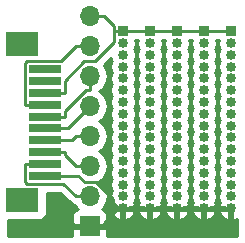
<source format=gbr>
G04 #@! TF.FileFunction,Copper,L1,Top,Signal*
%FSLAX46Y46*%
G04 Gerber Fmt 4.6, Leading zero omitted, Abs format (unit mm)*
G04 Created by KiCad (PCBNEW 4.0.7) date Fri Oct 27 13:36:46 2017*
%MOMM*%
%LPD*%
G01*
G04 APERTURE LIST*
%ADD10C,0.100000*%
%ADD11R,2.700000X0.700000*%
%ADD12R,2.800000X2.100000*%
%ADD13R,1.700000X1.700000*%
%ADD14O,1.700000X1.700000*%
%ADD15R,0.850000X0.850000*%
%ADD16O,0.850000X0.850000*%
%ADD17C,0.250000*%
%ADD18C,0.254000*%
G04 APERTURE END LIST*
D10*
D11*
X136398000Y-105086000D03*
X136398000Y-106086000D03*
X136398000Y-107086000D03*
X136398000Y-108086000D03*
X136398000Y-109086000D03*
X136398000Y-110086000D03*
X136398000Y-111086000D03*
X136398000Y-112086000D03*
X136398000Y-113086000D03*
X136398000Y-114086000D03*
D12*
X134498000Y-102986000D03*
X134508000Y-116176000D03*
D13*
X140208000Y-118364000D03*
D14*
X140208000Y-115824000D03*
X140208000Y-113284000D03*
X140208000Y-110744000D03*
X140208000Y-108204000D03*
X140208000Y-105664000D03*
X140208000Y-103124000D03*
X140208000Y-100584000D03*
D15*
X143002000Y-101854000D03*
D16*
X143002000Y-102854000D03*
X143002000Y-103854000D03*
X143002000Y-104854000D03*
X143002000Y-105854000D03*
X143002000Y-106854000D03*
X143002000Y-107854000D03*
X143002000Y-108854000D03*
X143002000Y-109854000D03*
X143002000Y-110854000D03*
X143002000Y-111854000D03*
X143002000Y-112854000D03*
X143002000Y-113854000D03*
X143002000Y-114854000D03*
X143002000Y-115854000D03*
X143002000Y-116854000D03*
D15*
X149860000Y-101854000D03*
D16*
X149860000Y-102854000D03*
X149860000Y-103854000D03*
X149860000Y-104854000D03*
X149860000Y-105854000D03*
X149860000Y-106854000D03*
X149860000Y-107854000D03*
X149860000Y-108854000D03*
X149860000Y-109854000D03*
X149860000Y-110854000D03*
X149860000Y-111854000D03*
X149860000Y-112854000D03*
X149860000Y-113854000D03*
X149860000Y-114854000D03*
X149860000Y-115854000D03*
X149860000Y-116854000D03*
D15*
X152146000Y-101854000D03*
D16*
X152146000Y-102854000D03*
X152146000Y-103854000D03*
X152146000Y-104854000D03*
X152146000Y-105854000D03*
X152146000Y-106854000D03*
X152146000Y-107854000D03*
X152146000Y-108854000D03*
X152146000Y-109854000D03*
X152146000Y-110854000D03*
X152146000Y-111854000D03*
X152146000Y-112854000D03*
X152146000Y-113854000D03*
X152146000Y-114854000D03*
X152146000Y-115854000D03*
X152146000Y-116854000D03*
D15*
X147574000Y-101854000D03*
D16*
X147574000Y-102854000D03*
X147574000Y-103854000D03*
X147574000Y-104854000D03*
X147574000Y-105854000D03*
X147574000Y-106854000D03*
X147574000Y-107854000D03*
X147574000Y-108854000D03*
X147574000Y-109854000D03*
X147574000Y-110854000D03*
X147574000Y-111854000D03*
X147574000Y-112854000D03*
X147574000Y-113854000D03*
X147574000Y-114854000D03*
X147574000Y-115854000D03*
X147574000Y-116854000D03*
D15*
X145288000Y-101854000D03*
D16*
X145288000Y-102854000D03*
X145288000Y-103854000D03*
X145288000Y-104854000D03*
X145288000Y-105854000D03*
X145288000Y-106854000D03*
X145288000Y-107854000D03*
X145288000Y-108854000D03*
X145288000Y-109854000D03*
X145288000Y-110854000D03*
X145288000Y-111854000D03*
X145288000Y-112854000D03*
X145288000Y-113854000D03*
X145288000Y-114854000D03*
X145288000Y-115854000D03*
X145288000Y-116854000D03*
D17*
X147574000Y-101854000D02*
X149860000Y-101854000D01*
X152146000Y-101854000D02*
X149860000Y-101854000D01*
X147574000Y-101854000D02*
X145288000Y-101854000D01*
X145288000Y-101854000D02*
X143002000Y-101854000D01*
X142251700Y-101452400D02*
X141383300Y-100584000D01*
X142251700Y-101854000D02*
X142251700Y-101452400D01*
X140208000Y-100584000D02*
X141383300Y-100584000D01*
X143002000Y-101854000D02*
X142364300Y-101854000D01*
X142364300Y-101854000D02*
X142251700Y-101854000D01*
X138073300Y-106063500D02*
X138073300Y-107086000D01*
X139742800Y-104394000D02*
X138073300Y-106063500D01*
X140670300Y-104394000D02*
X139742800Y-104394000D01*
X142251700Y-102812600D02*
X140670300Y-104394000D01*
X142251700Y-101854000D02*
X142251700Y-102812600D01*
X136398000Y-107086000D02*
X138073300Y-107086000D01*
X134722700Y-104590500D02*
X134722700Y-108086000D01*
X134919000Y-104394200D02*
X134722700Y-104590500D01*
X137762500Y-104394200D02*
X134919000Y-104394200D01*
X139032700Y-103124000D02*
X137762500Y-104394200D01*
X140208000Y-103124000D02*
X139032700Y-103124000D01*
X136398000Y-108086000D02*
X134722700Y-108086000D01*
X138073300Y-108639700D02*
X138073300Y-109086000D01*
X139873700Y-106839300D02*
X138073300Y-108639700D01*
X140208000Y-106839300D02*
X139873700Y-106839300D01*
X140208000Y-105664000D02*
X140208000Y-106839300D01*
X136398000Y-109086000D02*
X138073300Y-109086000D01*
X138326000Y-110086000D02*
X136398000Y-110086000D01*
X140208000Y-108204000D02*
X138326000Y-110086000D01*
X138690700Y-111086000D02*
X136398000Y-111086000D01*
X139032700Y-110744000D02*
X138690700Y-111086000D01*
X140208000Y-110744000D02*
X139032700Y-110744000D01*
X138073300Y-112324600D02*
X138073300Y-112086000D01*
X139032700Y-113284000D02*
X138073300Y-112324600D01*
X140208000Y-113284000D02*
X139032700Y-113284000D01*
X136398000Y-112086000D02*
X138073300Y-112086000D01*
X134722700Y-114620800D02*
X134722700Y-113086000D01*
X134863300Y-114761400D02*
X134722700Y-114620800D01*
X137970100Y-114761400D02*
X134863300Y-114761400D01*
X139032700Y-115824000D02*
X137970100Y-114761400D01*
X140208000Y-115824000D02*
X139032700Y-115824000D01*
X136398000Y-113086000D02*
X134722700Y-113086000D01*
X147574000Y-116854000D02*
X149860000Y-116854000D01*
X152146000Y-116854000D02*
X149860000Y-116854000D01*
X143002000Y-116854000D02*
X142626900Y-116854000D01*
X139197800Y-114086000D02*
X136398000Y-114086000D01*
X139760400Y-114648600D02*
X139197800Y-114086000D01*
X140764800Y-114648600D02*
X139760400Y-114648600D01*
X142157000Y-116040800D02*
X140764800Y-114648600D01*
X142157000Y-116384100D02*
X142157000Y-116040800D01*
X142626900Y-116854000D02*
X142157000Y-116384100D01*
X141383300Y-118097600D02*
X142626900Y-116854000D01*
X141383300Y-118364000D02*
X141383300Y-118097600D01*
X140208000Y-118364000D02*
X141383300Y-118364000D01*
X143002000Y-116854000D02*
X143752300Y-116854000D01*
X147574000Y-116854000D02*
X145288000Y-116854000D01*
X145288000Y-116854000D02*
X143752300Y-116854000D01*
D18*
G36*
X144207233Y-102854000D02*
X144287921Y-103259644D01*
X144350968Y-103354000D01*
X144287921Y-103448356D01*
X144207233Y-103854000D01*
X144287921Y-104259644D01*
X144350968Y-104354000D01*
X144287921Y-104448356D01*
X144207233Y-104854000D01*
X144287921Y-105259644D01*
X144350968Y-105354000D01*
X144287921Y-105448356D01*
X144207233Y-105854000D01*
X144287921Y-106259644D01*
X144350968Y-106354000D01*
X144287921Y-106448356D01*
X144207233Y-106854000D01*
X144287921Y-107259644D01*
X144350968Y-107354000D01*
X144287921Y-107448356D01*
X144207233Y-107854000D01*
X144287921Y-108259644D01*
X144350968Y-108354000D01*
X144287921Y-108448356D01*
X144207233Y-108854000D01*
X144287921Y-109259644D01*
X144350968Y-109354000D01*
X144287921Y-109448356D01*
X144207233Y-109854000D01*
X144287921Y-110259644D01*
X144350968Y-110354000D01*
X144287921Y-110448356D01*
X144207233Y-110854000D01*
X144287921Y-111259644D01*
X144350968Y-111354000D01*
X144287921Y-111448356D01*
X144207233Y-111854000D01*
X144287921Y-112259644D01*
X144350968Y-112354000D01*
X144287921Y-112448356D01*
X144207233Y-112854000D01*
X144287921Y-113259644D01*
X144350968Y-113354000D01*
X144287921Y-113448356D01*
X144207233Y-113854000D01*
X144287921Y-114259644D01*
X144350968Y-114354000D01*
X144287921Y-114448356D01*
X144207233Y-114854000D01*
X144287921Y-115259644D01*
X144350968Y-115354000D01*
X144287921Y-115448356D01*
X144207233Y-115854000D01*
X144287921Y-116259644D01*
X144353707Y-116358100D01*
X144268460Y-116563938D01*
X144395743Y-116727000D01*
X144702482Y-116727000D01*
X144861589Y-116833312D01*
X145267233Y-116914000D01*
X145308767Y-116914000D01*
X145714411Y-116833312D01*
X145873518Y-116727000D01*
X146180257Y-116727000D01*
X146307540Y-116563938D01*
X146222293Y-116358100D01*
X146288079Y-116259644D01*
X146368767Y-115854000D01*
X146288079Y-115448356D01*
X146225032Y-115354000D01*
X146288079Y-115259644D01*
X146368767Y-114854000D01*
X146288079Y-114448356D01*
X146225032Y-114354000D01*
X146288079Y-114259644D01*
X146368767Y-113854000D01*
X146288079Y-113448356D01*
X146225032Y-113354000D01*
X146288079Y-113259644D01*
X146368767Y-112854000D01*
X146288079Y-112448356D01*
X146225032Y-112354000D01*
X146288079Y-112259644D01*
X146368767Y-111854000D01*
X146288079Y-111448356D01*
X146225032Y-111354000D01*
X146288079Y-111259644D01*
X146368767Y-110854000D01*
X146288079Y-110448356D01*
X146225032Y-110354000D01*
X146288079Y-110259644D01*
X146368767Y-109854000D01*
X146288079Y-109448356D01*
X146225032Y-109354000D01*
X146288079Y-109259644D01*
X146368767Y-108854000D01*
X146288079Y-108448356D01*
X146225032Y-108354000D01*
X146288079Y-108259644D01*
X146368767Y-107854000D01*
X146288079Y-107448356D01*
X146225032Y-107354000D01*
X146288079Y-107259644D01*
X146368767Y-106854000D01*
X146288079Y-106448356D01*
X146225032Y-106354000D01*
X146288079Y-106259644D01*
X146368767Y-105854000D01*
X146288079Y-105448356D01*
X146225032Y-105354000D01*
X146288079Y-105259644D01*
X146368767Y-104854000D01*
X146288079Y-104448356D01*
X146225032Y-104354000D01*
X146288079Y-104259644D01*
X146368767Y-103854000D01*
X146288079Y-103448356D01*
X146225032Y-103354000D01*
X146288079Y-103259644D01*
X146368767Y-102854000D01*
X146321028Y-102614000D01*
X146540972Y-102614000D01*
X146493233Y-102854000D01*
X146573921Y-103259644D01*
X146636968Y-103354000D01*
X146573921Y-103448356D01*
X146493233Y-103854000D01*
X146573921Y-104259644D01*
X146636968Y-104354000D01*
X146573921Y-104448356D01*
X146493233Y-104854000D01*
X146573921Y-105259644D01*
X146636968Y-105354000D01*
X146573921Y-105448356D01*
X146493233Y-105854000D01*
X146573921Y-106259644D01*
X146636968Y-106354000D01*
X146573921Y-106448356D01*
X146493233Y-106854000D01*
X146573921Y-107259644D01*
X146636968Y-107354000D01*
X146573921Y-107448356D01*
X146493233Y-107854000D01*
X146573921Y-108259644D01*
X146636968Y-108354000D01*
X146573921Y-108448356D01*
X146493233Y-108854000D01*
X146573921Y-109259644D01*
X146636968Y-109354000D01*
X146573921Y-109448356D01*
X146493233Y-109854000D01*
X146573921Y-110259644D01*
X146636968Y-110354000D01*
X146573921Y-110448356D01*
X146493233Y-110854000D01*
X146573921Y-111259644D01*
X146636968Y-111354000D01*
X146573921Y-111448356D01*
X146493233Y-111854000D01*
X146573921Y-112259644D01*
X146636968Y-112354000D01*
X146573921Y-112448356D01*
X146493233Y-112854000D01*
X146573921Y-113259644D01*
X146636968Y-113354000D01*
X146573921Y-113448356D01*
X146493233Y-113854000D01*
X146573921Y-114259644D01*
X146636968Y-114354000D01*
X146573921Y-114448356D01*
X146493233Y-114854000D01*
X146573921Y-115259644D01*
X146636968Y-115354000D01*
X146573921Y-115448356D01*
X146493233Y-115854000D01*
X146573921Y-116259644D01*
X146639707Y-116358100D01*
X146554460Y-116563938D01*
X146681743Y-116727000D01*
X146988482Y-116727000D01*
X147147589Y-116833312D01*
X147553233Y-116914000D01*
X147594767Y-116914000D01*
X148000411Y-116833312D01*
X148159518Y-116727000D01*
X148466257Y-116727000D01*
X148593540Y-116563938D01*
X148508293Y-116358100D01*
X148574079Y-116259644D01*
X148654767Y-115854000D01*
X148574079Y-115448356D01*
X148511032Y-115354000D01*
X148574079Y-115259644D01*
X148654767Y-114854000D01*
X148574079Y-114448356D01*
X148511032Y-114354000D01*
X148574079Y-114259644D01*
X148654767Y-113854000D01*
X148574079Y-113448356D01*
X148511032Y-113354000D01*
X148574079Y-113259644D01*
X148654767Y-112854000D01*
X148574079Y-112448356D01*
X148511032Y-112354000D01*
X148574079Y-112259644D01*
X148654767Y-111854000D01*
X148574079Y-111448356D01*
X148511032Y-111354000D01*
X148574079Y-111259644D01*
X148654767Y-110854000D01*
X148574079Y-110448356D01*
X148511032Y-110354000D01*
X148574079Y-110259644D01*
X148654767Y-109854000D01*
X148574079Y-109448356D01*
X148511032Y-109354000D01*
X148574079Y-109259644D01*
X148654767Y-108854000D01*
X148574079Y-108448356D01*
X148511032Y-108354000D01*
X148574079Y-108259644D01*
X148654767Y-107854000D01*
X148574079Y-107448356D01*
X148511032Y-107354000D01*
X148574079Y-107259644D01*
X148654767Y-106854000D01*
X148574079Y-106448356D01*
X148511032Y-106354000D01*
X148574079Y-106259644D01*
X148654767Y-105854000D01*
X148574079Y-105448356D01*
X148511032Y-105354000D01*
X148574079Y-105259644D01*
X148654767Y-104854000D01*
X148574079Y-104448356D01*
X148511032Y-104354000D01*
X148574079Y-104259644D01*
X148654767Y-103854000D01*
X148574079Y-103448356D01*
X148511032Y-103354000D01*
X148574079Y-103259644D01*
X148654767Y-102854000D01*
X148607028Y-102614000D01*
X148826972Y-102614000D01*
X148779233Y-102854000D01*
X148859921Y-103259644D01*
X148922968Y-103354000D01*
X148859921Y-103448356D01*
X148779233Y-103854000D01*
X148859921Y-104259644D01*
X148922968Y-104354000D01*
X148859921Y-104448356D01*
X148779233Y-104854000D01*
X148859921Y-105259644D01*
X148922968Y-105354000D01*
X148859921Y-105448356D01*
X148779233Y-105854000D01*
X148859921Y-106259644D01*
X148922968Y-106354000D01*
X148859921Y-106448356D01*
X148779233Y-106854000D01*
X148859921Y-107259644D01*
X148922968Y-107354000D01*
X148859921Y-107448356D01*
X148779233Y-107854000D01*
X148859921Y-108259644D01*
X148922968Y-108354000D01*
X148859921Y-108448356D01*
X148779233Y-108854000D01*
X148859921Y-109259644D01*
X148922968Y-109354000D01*
X148859921Y-109448356D01*
X148779233Y-109854000D01*
X148859921Y-110259644D01*
X148922968Y-110354000D01*
X148859921Y-110448356D01*
X148779233Y-110854000D01*
X148859921Y-111259644D01*
X148922968Y-111354000D01*
X148859921Y-111448356D01*
X148779233Y-111854000D01*
X148859921Y-112259644D01*
X148922968Y-112354000D01*
X148859921Y-112448356D01*
X148779233Y-112854000D01*
X148859921Y-113259644D01*
X148922968Y-113354000D01*
X148859921Y-113448356D01*
X148779233Y-113854000D01*
X148859921Y-114259644D01*
X148922968Y-114354000D01*
X148859921Y-114448356D01*
X148779233Y-114854000D01*
X148859921Y-115259644D01*
X148922968Y-115354000D01*
X148859921Y-115448356D01*
X148779233Y-115854000D01*
X148859921Y-116259644D01*
X148925707Y-116358100D01*
X148840460Y-116563938D01*
X148967743Y-116727000D01*
X149274482Y-116727000D01*
X149433589Y-116833312D01*
X149839233Y-116914000D01*
X149880767Y-116914000D01*
X150286411Y-116833312D01*
X150445518Y-116727000D01*
X150752257Y-116727000D01*
X150879540Y-116563938D01*
X150794293Y-116358100D01*
X150860079Y-116259644D01*
X150940767Y-115854000D01*
X150860079Y-115448356D01*
X150797032Y-115354000D01*
X150860079Y-115259644D01*
X150940767Y-114854000D01*
X150860079Y-114448356D01*
X150797032Y-114354000D01*
X150860079Y-114259644D01*
X150940767Y-113854000D01*
X150860079Y-113448356D01*
X150797032Y-113354000D01*
X150860079Y-113259644D01*
X150940767Y-112854000D01*
X150860079Y-112448356D01*
X150797032Y-112354000D01*
X150860079Y-112259644D01*
X150940767Y-111854000D01*
X150860079Y-111448356D01*
X150797032Y-111354000D01*
X150860079Y-111259644D01*
X150940767Y-110854000D01*
X150860079Y-110448356D01*
X150797032Y-110354000D01*
X150860079Y-110259644D01*
X150940767Y-109854000D01*
X150860079Y-109448356D01*
X150797032Y-109354000D01*
X150860079Y-109259644D01*
X150940767Y-108854000D01*
X150860079Y-108448356D01*
X150797032Y-108354000D01*
X150860079Y-108259644D01*
X150940767Y-107854000D01*
X150860079Y-107448356D01*
X150797032Y-107354000D01*
X150860079Y-107259644D01*
X150940767Y-106854000D01*
X150860079Y-106448356D01*
X150797032Y-106354000D01*
X150860079Y-106259644D01*
X150940767Y-105854000D01*
X150860079Y-105448356D01*
X150797032Y-105354000D01*
X150860079Y-105259644D01*
X150940767Y-104854000D01*
X150860079Y-104448356D01*
X150797032Y-104354000D01*
X150860079Y-104259644D01*
X150940767Y-103854000D01*
X150860079Y-103448356D01*
X150797032Y-103354000D01*
X150860079Y-103259644D01*
X150940767Y-102854000D01*
X150893028Y-102614000D01*
X151112972Y-102614000D01*
X151065233Y-102854000D01*
X151145921Y-103259644D01*
X151208968Y-103354000D01*
X151145921Y-103448356D01*
X151065233Y-103854000D01*
X151145921Y-104259644D01*
X151208968Y-104354000D01*
X151145921Y-104448356D01*
X151065233Y-104854000D01*
X151145921Y-105259644D01*
X151208968Y-105354000D01*
X151145921Y-105448356D01*
X151065233Y-105854000D01*
X151145921Y-106259644D01*
X151208968Y-106354000D01*
X151145921Y-106448356D01*
X151065233Y-106854000D01*
X151145921Y-107259644D01*
X151208968Y-107354000D01*
X151145921Y-107448356D01*
X151065233Y-107854000D01*
X151145921Y-108259644D01*
X151208968Y-108354000D01*
X151145921Y-108448356D01*
X151065233Y-108854000D01*
X151145921Y-109259644D01*
X151208968Y-109354000D01*
X151145921Y-109448356D01*
X151065233Y-109854000D01*
X151145921Y-110259644D01*
X151208968Y-110354000D01*
X151145921Y-110448356D01*
X151065233Y-110854000D01*
X151145921Y-111259644D01*
X151208968Y-111354000D01*
X151145921Y-111448356D01*
X151065233Y-111854000D01*
X151145921Y-112259644D01*
X151208968Y-112354000D01*
X151145921Y-112448356D01*
X151065233Y-112854000D01*
X151145921Y-113259644D01*
X151208968Y-113354000D01*
X151145921Y-113448356D01*
X151065233Y-113854000D01*
X151145921Y-114259644D01*
X151208968Y-114354000D01*
X151145921Y-114448356D01*
X151065233Y-114854000D01*
X151145921Y-115259644D01*
X151208968Y-115354000D01*
X151145921Y-115448356D01*
X151065233Y-115854000D01*
X151145921Y-116259644D01*
X151211707Y-116358100D01*
X151126460Y-116563938D01*
X151253743Y-116727000D01*
X151560482Y-116727000D01*
X151719589Y-116833312D01*
X152125233Y-116914000D01*
X152166767Y-116914000D01*
X152293000Y-116888891D01*
X152293000Y-116981000D01*
X152273000Y-116981000D01*
X152273000Y-117747628D01*
X152436065Y-117873554D01*
X152706000Y-117735236D01*
X152706000Y-119178000D01*
X141693000Y-119178000D01*
X141693000Y-118649750D01*
X141534250Y-118491000D01*
X140335000Y-118491000D01*
X140335000Y-118511000D01*
X140081000Y-118511000D01*
X140081000Y-118491000D01*
X138881750Y-118491000D01*
X138723000Y-118649750D01*
X138723000Y-119178000D01*
X133298000Y-119178000D01*
X133298000Y-117873440D01*
X135908000Y-117873440D01*
X136143317Y-117829162D01*
X136359441Y-117690090D01*
X136504431Y-117477890D01*
X136555440Y-117226000D01*
X136555440Y-115521400D01*
X137655298Y-115521400D01*
X138495299Y-116361401D01*
X138741860Y-116526148D01*
X138920077Y-116561598D01*
X139128853Y-116874054D01*
X139172777Y-116903403D01*
X138998302Y-116975673D01*
X138819673Y-117154301D01*
X138723000Y-117387690D01*
X138723000Y-118078250D01*
X138881750Y-118237000D01*
X140081000Y-118237000D01*
X140081000Y-118217000D01*
X140335000Y-118217000D01*
X140335000Y-118237000D01*
X141534250Y-118237000D01*
X141693000Y-118078250D01*
X141693000Y-117387690D01*
X141596327Y-117154301D01*
X141586088Y-117144062D01*
X141982460Y-117144062D01*
X142075959Y-117369826D01*
X142343848Y-117684942D01*
X142711935Y-117873554D01*
X142875000Y-117747628D01*
X142875000Y-116981000D01*
X143129000Y-116981000D01*
X143129000Y-117747628D01*
X143292065Y-117873554D01*
X143660152Y-117684942D01*
X143928041Y-117369826D01*
X144021540Y-117144062D01*
X144268460Y-117144062D01*
X144361959Y-117369826D01*
X144629848Y-117684942D01*
X144997935Y-117873554D01*
X145161000Y-117747628D01*
X145161000Y-116981000D01*
X145415000Y-116981000D01*
X145415000Y-117747628D01*
X145578065Y-117873554D01*
X145946152Y-117684942D01*
X146214041Y-117369826D01*
X146307540Y-117144062D01*
X146554460Y-117144062D01*
X146647959Y-117369826D01*
X146915848Y-117684942D01*
X147283935Y-117873554D01*
X147447000Y-117747628D01*
X147447000Y-116981000D01*
X147701000Y-116981000D01*
X147701000Y-117747628D01*
X147864065Y-117873554D01*
X148232152Y-117684942D01*
X148500041Y-117369826D01*
X148593540Y-117144062D01*
X148840460Y-117144062D01*
X148933959Y-117369826D01*
X149201848Y-117684942D01*
X149569935Y-117873554D01*
X149733000Y-117747628D01*
X149733000Y-116981000D01*
X149987000Y-116981000D01*
X149987000Y-117747628D01*
X150150065Y-117873554D01*
X150518152Y-117684942D01*
X150786041Y-117369826D01*
X150879540Y-117144062D01*
X151126460Y-117144062D01*
X151219959Y-117369826D01*
X151487848Y-117684942D01*
X151855935Y-117873554D01*
X152019000Y-117747628D01*
X152019000Y-116981000D01*
X151253743Y-116981000D01*
X151126460Y-117144062D01*
X150879540Y-117144062D01*
X150752257Y-116981000D01*
X149987000Y-116981000D01*
X149733000Y-116981000D01*
X148967743Y-116981000D01*
X148840460Y-117144062D01*
X148593540Y-117144062D01*
X148466257Y-116981000D01*
X147701000Y-116981000D01*
X147447000Y-116981000D01*
X146681743Y-116981000D01*
X146554460Y-117144062D01*
X146307540Y-117144062D01*
X146180257Y-116981000D01*
X145415000Y-116981000D01*
X145161000Y-116981000D01*
X144395743Y-116981000D01*
X144268460Y-117144062D01*
X144021540Y-117144062D01*
X143894257Y-116981000D01*
X143129000Y-116981000D01*
X142875000Y-116981000D01*
X142109743Y-116981000D01*
X141982460Y-117144062D01*
X141586088Y-117144062D01*
X141417698Y-116975673D01*
X141243223Y-116903403D01*
X141287147Y-116874054D01*
X141609054Y-116392285D01*
X141722093Y-115824000D01*
X141609054Y-115255715D01*
X141287147Y-114773946D01*
X140957974Y-114554000D01*
X141287147Y-114334054D01*
X141609054Y-113852285D01*
X141722093Y-113284000D01*
X141609054Y-112715715D01*
X141287147Y-112233946D01*
X140957974Y-112014000D01*
X141287147Y-111794054D01*
X141609054Y-111312285D01*
X141722093Y-110744000D01*
X141609054Y-110175715D01*
X141287147Y-109693946D01*
X140957974Y-109474000D01*
X141287147Y-109254054D01*
X141609054Y-108772285D01*
X141722093Y-108204000D01*
X141609054Y-107635715D01*
X141287147Y-107153946D01*
X140957974Y-106934000D01*
X141287147Y-106714054D01*
X141609054Y-106232285D01*
X141722093Y-105664000D01*
X141609054Y-105095715D01*
X141382480Y-104756622D01*
X141981603Y-104157499D01*
X142001921Y-104259644D01*
X142064968Y-104354000D01*
X142001921Y-104448356D01*
X141921233Y-104854000D01*
X142001921Y-105259644D01*
X142064968Y-105354000D01*
X142001921Y-105448356D01*
X141921233Y-105854000D01*
X142001921Y-106259644D01*
X142064968Y-106354000D01*
X142001921Y-106448356D01*
X141921233Y-106854000D01*
X142001921Y-107259644D01*
X142064968Y-107354000D01*
X142001921Y-107448356D01*
X141921233Y-107854000D01*
X142001921Y-108259644D01*
X142064968Y-108354000D01*
X142001921Y-108448356D01*
X141921233Y-108854000D01*
X142001921Y-109259644D01*
X142064968Y-109354000D01*
X142001921Y-109448356D01*
X141921233Y-109854000D01*
X142001921Y-110259644D01*
X142064968Y-110354000D01*
X142001921Y-110448356D01*
X141921233Y-110854000D01*
X142001921Y-111259644D01*
X142064968Y-111354000D01*
X142001921Y-111448356D01*
X141921233Y-111854000D01*
X142001921Y-112259644D01*
X142064968Y-112354000D01*
X142001921Y-112448356D01*
X141921233Y-112854000D01*
X142001921Y-113259644D01*
X142064968Y-113354000D01*
X142001921Y-113448356D01*
X141921233Y-113854000D01*
X142001921Y-114259644D01*
X142064968Y-114354000D01*
X142001921Y-114448356D01*
X141921233Y-114854000D01*
X142001921Y-115259644D01*
X142064968Y-115354000D01*
X142001921Y-115448356D01*
X141921233Y-115854000D01*
X142001921Y-116259644D01*
X142067707Y-116358100D01*
X141982460Y-116563938D01*
X142109743Y-116727000D01*
X142416482Y-116727000D01*
X142575589Y-116833312D01*
X142981233Y-116914000D01*
X143022767Y-116914000D01*
X143428411Y-116833312D01*
X143587518Y-116727000D01*
X143894257Y-116727000D01*
X144021540Y-116563938D01*
X143936293Y-116358100D01*
X144002079Y-116259644D01*
X144082767Y-115854000D01*
X144002079Y-115448356D01*
X143939032Y-115354000D01*
X144002079Y-115259644D01*
X144082767Y-114854000D01*
X144002079Y-114448356D01*
X143939032Y-114354000D01*
X144002079Y-114259644D01*
X144082767Y-113854000D01*
X144002079Y-113448356D01*
X143939032Y-113354000D01*
X144002079Y-113259644D01*
X144082767Y-112854000D01*
X144002079Y-112448356D01*
X143939032Y-112354000D01*
X144002079Y-112259644D01*
X144082767Y-111854000D01*
X144002079Y-111448356D01*
X143939032Y-111354000D01*
X144002079Y-111259644D01*
X144082767Y-110854000D01*
X144002079Y-110448356D01*
X143939032Y-110354000D01*
X144002079Y-110259644D01*
X144082767Y-109854000D01*
X144002079Y-109448356D01*
X143939032Y-109354000D01*
X144002079Y-109259644D01*
X144082767Y-108854000D01*
X144002079Y-108448356D01*
X143939032Y-108354000D01*
X144002079Y-108259644D01*
X144082767Y-107854000D01*
X144002079Y-107448356D01*
X143939032Y-107354000D01*
X144002079Y-107259644D01*
X144082767Y-106854000D01*
X144002079Y-106448356D01*
X143939032Y-106354000D01*
X144002079Y-106259644D01*
X144082767Y-105854000D01*
X144002079Y-105448356D01*
X143939032Y-105354000D01*
X144002079Y-105259644D01*
X144082767Y-104854000D01*
X144002079Y-104448356D01*
X143939032Y-104354000D01*
X144002079Y-104259644D01*
X144082767Y-103854000D01*
X144002079Y-103448356D01*
X143939032Y-103354000D01*
X144002079Y-103259644D01*
X144082767Y-102854000D01*
X144035028Y-102614000D01*
X144254972Y-102614000D01*
X144207233Y-102854000D01*
X144207233Y-102854000D01*
G37*
X144207233Y-102854000D02*
X144287921Y-103259644D01*
X144350968Y-103354000D01*
X144287921Y-103448356D01*
X144207233Y-103854000D01*
X144287921Y-104259644D01*
X144350968Y-104354000D01*
X144287921Y-104448356D01*
X144207233Y-104854000D01*
X144287921Y-105259644D01*
X144350968Y-105354000D01*
X144287921Y-105448356D01*
X144207233Y-105854000D01*
X144287921Y-106259644D01*
X144350968Y-106354000D01*
X144287921Y-106448356D01*
X144207233Y-106854000D01*
X144287921Y-107259644D01*
X144350968Y-107354000D01*
X144287921Y-107448356D01*
X144207233Y-107854000D01*
X144287921Y-108259644D01*
X144350968Y-108354000D01*
X144287921Y-108448356D01*
X144207233Y-108854000D01*
X144287921Y-109259644D01*
X144350968Y-109354000D01*
X144287921Y-109448356D01*
X144207233Y-109854000D01*
X144287921Y-110259644D01*
X144350968Y-110354000D01*
X144287921Y-110448356D01*
X144207233Y-110854000D01*
X144287921Y-111259644D01*
X144350968Y-111354000D01*
X144287921Y-111448356D01*
X144207233Y-111854000D01*
X144287921Y-112259644D01*
X144350968Y-112354000D01*
X144287921Y-112448356D01*
X144207233Y-112854000D01*
X144287921Y-113259644D01*
X144350968Y-113354000D01*
X144287921Y-113448356D01*
X144207233Y-113854000D01*
X144287921Y-114259644D01*
X144350968Y-114354000D01*
X144287921Y-114448356D01*
X144207233Y-114854000D01*
X144287921Y-115259644D01*
X144350968Y-115354000D01*
X144287921Y-115448356D01*
X144207233Y-115854000D01*
X144287921Y-116259644D01*
X144353707Y-116358100D01*
X144268460Y-116563938D01*
X144395743Y-116727000D01*
X144702482Y-116727000D01*
X144861589Y-116833312D01*
X145267233Y-116914000D01*
X145308767Y-116914000D01*
X145714411Y-116833312D01*
X145873518Y-116727000D01*
X146180257Y-116727000D01*
X146307540Y-116563938D01*
X146222293Y-116358100D01*
X146288079Y-116259644D01*
X146368767Y-115854000D01*
X146288079Y-115448356D01*
X146225032Y-115354000D01*
X146288079Y-115259644D01*
X146368767Y-114854000D01*
X146288079Y-114448356D01*
X146225032Y-114354000D01*
X146288079Y-114259644D01*
X146368767Y-113854000D01*
X146288079Y-113448356D01*
X146225032Y-113354000D01*
X146288079Y-113259644D01*
X146368767Y-112854000D01*
X146288079Y-112448356D01*
X146225032Y-112354000D01*
X146288079Y-112259644D01*
X146368767Y-111854000D01*
X146288079Y-111448356D01*
X146225032Y-111354000D01*
X146288079Y-111259644D01*
X146368767Y-110854000D01*
X146288079Y-110448356D01*
X146225032Y-110354000D01*
X146288079Y-110259644D01*
X146368767Y-109854000D01*
X146288079Y-109448356D01*
X146225032Y-109354000D01*
X146288079Y-109259644D01*
X146368767Y-108854000D01*
X146288079Y-108448356D01*
X146225032Y-108354000D01*
X146288079Y-108259644D01*
X146368767Y-107854000D01*
X146288079Y-107448356D01*
X146225032Y-107354000D01*
X146288079Y-107259644D01*
X146368767Y-106854000D01*
X146288079Y-106448356D01*
X146225032Y-106354000D01*
X146288079Y-106259644D01*
X146368767Y-105854000D01*
X146288079Y-105448356D01*
X146225032Y-105354000D01*
X146288079Y-105259644D01*
X146368767Y-104854000D01*
X146288079Y-104448356D01*
X146225032Y-104354000D01*
X146288079Y-104259644D01*
X146368767Y-103854000D01*
X146288079Y-103448356D01*
X146225032Y-103354000D01*
X146288079Y-103259644D01*
X146368767Y-102854000D01*
X146321028Y-102614000D01*
X146540972Y-102614000D01*
X146493233Y-102854000D01*
X146573921Y-103259644D01*
X146636968Y-103354000D01*
X146573921Y-103448356D01*
X146493233Y-103854000D01*
X146573921Y-104259644D01*
X146636968Y-104354000D01*
X146573921Y-104448356D01*
X146493233Y-104854000D01*
X146573921Y-105259644D01*
X146636968Y-105354000D01*
X146573921Y-105448356D01*
X146493233Y-105854000D01*
X146573921Y-106259644D01*
X146636968Y-106354000D01*
X146573921Y-106448356D01*
X146493233Y-106854000D01*
X146573921Y-107259644D01*
X146636968Y-107354000D01*
X146573921Y-107448356D01*
X146493233Y-107854000D01*
X146573921Y-108259644D01*
X146636968Y-108354000D01*
X146573921Y-108448356D01*
X146493233Y-108854000D01*
X146573921Y-109259644D01*
X146636968Y-109354000D01*
X146573921Y-109448356D01*
X146493233Y-109854000D01*
X146573921Y-110259644D01*
X146636968Y-110354000D01*
X146573921Y-110448356D01*
X146493233Y-110854000D01*
X146573921Y-111259644D01*
X146636968Y-111354000D01*
X146573921Y-111448356D01*
X146493233Y-111854000D01*
X146573921Y-112259644D01*
X146636968Y-112354000D01*
X146573921Y-112448356D01*
X146493233Y-112854000D01*
X146573921Y-113259644D01*
X146636968Y-113354000D01*
X146573921Y-113448356D01*
X146493233Y-113854000D01*
X146573921Y-114259644D01*
X146636968Y-114354000D01*
X146573921Y-114448356D01*
X146493233Y-114854000D01*
X146573921Y-115259644D01*
X146636968Y-115354000D01*
X146573921Y-115448356D01*
X146493233Y-115854000D01*
X146573921Y-116259644D01*
X146639707Y-116358100D01*
X146554460Y-116563938D01*
X146681743Y-116727000D01*
X146988482Y-116727000D01*
X147147589Y-116833312D01*
X147553233Y-116914000D01*
X147594767Y-116914000D01*
X148000411Y-116833312D01*
X148159518Y-116727000D01*
X148466257Y-116727000D01*
X148593540Y-116563938D01*
X148508293Y-116358100D01*
X148574079Y-116259644D01*
X148654767Y-115854000D01*
X148574079Y-115448356D01*
X148511032Y-115354000D01*
X148574079Y-115259644D01*
X148654767Y-114854000D01*
X148574079Y-114448356D01*
X148511032Y-114354000D01*
X148574079Y-114259644D01*
X148654767Y-113854000D01*
X148574079Y-113448356D01*
X148511032Y-113354000D01*
X148574079Y-113259644D01*
X148654767Y-112854000D01*
X148574079Y-112448356D01*
X148511032Y-112354000D01*
X148574079Y-112259644D01*
X148654767Y-111854000D01*
X148574079Y-111448356D01*
X148511032Y-111354000D01*
X148574079Y-111259644D01*
X148654767Y-110854000D01*
X148574079Y-110448356D01*
X148511032Y-110354000D01*
X148574079Y-110259644D01*
X148654767Y-109854000D01*
X148574079Y-109448356D01*
X148511032Y-109354000D01*
X148574079Y-109259644D01*
X148654767Y-108854000D01*
X148574079Y-108448356D01*
X148511032Y-108354000D01*
X148574079Y-108259644D01*
X148654767Y-107854000D01*
X148574079Y-107448356D01*
X148511032Y-107354000D01*
X148574079Y-107259644D01*
X148654767Y-106854000D01*
X148574079Y-106448356D01*
X148511032Y-106354000D01*
X148574079Y-106259644D01*
X148654767Y-105854000D01*
X148574079Y-105448356D01*
X148511032Y-105354000D01*
X148574079Y-105259644D01*
X148654767Y-104854000D01*
X148574079Y-104448356D01*
X148511032Y-104354000D01*
X148574079Y-104259644D01*
X148654767Y-103854000D01*
X148574079Y-103448356D01*
X148511032Y-103354000D01*
X148574079Y-103259644D01*
X148654767Y-102854000D01*
X148607028Y-102614000D01*
X148826972Y-102614000D01*
X148779233Y-102854000D01*
X148859921Y-103259644D01*
X148922968Y-103354000D01*
X148859921Y-103448356D01*
X148779233Y-103854000D01*
X148859921Y-104259644D01*
X148922968Y-104354000D01*
X148859921Y-104448356D01*
X148779233Y-104854000D01*
X148859921Y-105259644D01*
X148922968Y-105354000D01*
X148859921Y-105448356D01*
X148779233Y-105854000D01*
X148859921Y-106259644D01*
X148922968Y-106354000D01*
X148859921Y-106448356D01*
X148779233Y-106854000D01*
X148859921Y-107259644D01*
X148922968Y-107354000D01*
X148859921Y-107448356D01*
X148779233Y-107854000D01*
X148859921Y-108259644D01*
X148922968Y-108354000D01*
X148859921Y-108448356D01*
X148779233Y-108854000D01*
X148859921Y-109259644D01*
X148922968Y-109354000D01*
X148859921Y-109448356D01*
X148779233Y-109854000D01*
X148859921Y-110259644D01*
X148922968Y-110354000D01*
X148859921Y-110448356D01*
X148779233Y-110854000D01*
X148859921Y-111259644D01*
X148922968Y-111354000D01*
X148859921Y-111448356D01*
X148779233Y-111854000D01*
X148859921Y-112259644D01*
X148922968Y-112354000D01*
X148859921Y-112448356D01*
X148779233Y-112854000D01*
X148859921Y-113259644D01*
X148922968Y-113354000D01*
X148859921Y-113448356D01*
X148779233Y-113854000D01*
X148859921Y-114259644D01*
X148922968Y-114354000D01*
X148859921Y-114448356D01*
X148779233Y-114854000D01*
X148859921Y-115259644D01*
X148922968Y-115354000D01*
X148859921Y-115448356D01*
X148779233Y-115854000D01*
X148859921Y-116259644D01*
X148925707Y-116358100D01*
X148840460Y-116563938D01*
X148967743Y-116727000D01*
X149274482Y-116727000D01*
X149433589Y-116833312D01*
X149839233Y-116914000D01*
X149880767Y-116914000D01*
X150286411Y-116833312D01*
X150445518Y-116727000D01*
X150752257Y-116727000D01*
X150879540Y-116563938D01*
X150794293Y-116358100D01*
X150860079Y-116259644D01*
X150940767Y-115854000D01*
X150860079Y-115448356D01*
X150797032Y-115354000D01*
X150860079Y-115259644D01*
X150940767Y-114854000D01*
X150860079Y-114448356D01*
X150797032Y-114354000D01*
X150860079Y-114259644D01*
X150940767Y-113854000D01*
X150860079Y-113448356D01*
X150797032Y-113354000D01*
X150860079Y-113259644D01*
X150940767Y-112854000D01*
X150860079Y-112448356D01*
X150797032Y-112354000D01*
X150860079Y-112259644D01*
X150940767Y-111854000D01*
X150860079Y-111448356D01*
X150797032Y-111354000D01*
X150860079Y-111259644D01*
X150940767Y-110854000D01*
X150860079Y-110448356D01*
X150797032Y-110354000D01*
X150860079Y-110259644D01*
X150940767Y-109854000D01*
X150860079Y-109448356D01*
X150797032Y-109354000D01*
X150860079Y-109259644D01*
X150940767Y-108854000D01*
X150860079Y-108448356D01*
X150797032Y-108354000D01*
X150860079Y-108259644D01*
X150940767Y-107854000D01*
X150860079Y-107448356D01*
X150797032Y-107354000D01*
X150860079Y-107259644D01*
X150940767Y-106854000D01*
X150860079Y-106448356D01*
X150797032Y-106354000D01*
X150860079Y-106259644D01*
X150940767Y-105854000D01*
X150860079Y-105448356D01*
X150797032Y-105354000D01*
X150860079Y-105259644D01*
X150940767Y-104854000D01*
X150860079Y-104448356D01*
X150797032Y-104354000D01*
X150860079Y-104259644D01*
X150940767Y-103854000D01*
X150860079Y-103448356D01*
X150797032Y-103354000D01*
X150860079Y-103259644D01*
X150940767Y-102854000D01*
X150893028Y-102614000D01*
X151112972Y-102614000D01*
X151065233Y-102854000D01*
X151145921Y-103259644D01*
X151208968Y-103354000D01*
X151145921Y-103448356D01*
X151065233Y-103854000D01*
X151145921Y-104259644D01*
X151208968Y-104354000D01*
X151145921Y-104448356D01*
X151065233Y-104854000D01*
X151145921Y-105259644D01*
X151208968Y-105354000D01*
X151145921Y-105448356D01*
X151065233Y-105854000D01*
X151145921Y-106259644D01*
X151208968Y-106354000D01*
X151145921Y-106448356D01*
X151065233Y-106854000D01*
X151145921Y-107259644D01*
X151208968Y-107354000D01*
X151145921Y-107448356D01*
X151065233Y-107854000D01*
X151145921Y-108259644D01*
X151208968Y-108354000D01*
X151145921Y-108448356D01*
X151065233Y-108854000D01*
X151145921Y-109259644D01*
X151208968Y-109354000D01*
X151145921Y-109448356D01*
X151065233Y-109854000D01*
X151145921Y-110259644D01*
X151208968Y-110354000D01*
X151145921Y-110448356D01*
X151065233Y-110854000D01*
X151145921Y-111259644D01*
X151208968Y-111354000D01*
X151145921Y-111448356D01*
X151065233Y-111854000D01*
X151145921Y-112259644D01*
X151208968Y-112354000D01*
X151145921Y-112448356D01*
X151065233Y-112854000D01*
X151145921Y-113259644D01*
X151208968Y-113354000D01*
X151145921Y-113448356D01*
X151065233Y-113854000D01*
X151145921Y-114259644D01*
X151208968Y-114354000D01*
X151145921Y-114448356D01*
X151065233Y-114854000D01*
X151145921Y-115259644D01*
X151208968Y-115354000D01*
X151145921Y-115448356D01*
X151065233Y-115854000D01*
X151145921Y-116259644D01*
X151211707Y-116358100D01*
X151126460Y-116563938D01*
X151253743Y-116727000D01*
X151560482Y-116727000D01*
X151719589Y-116833312D01*
X152125233Y-116914000D01*
X152166767Y-116914000D01*
X152293000Y-116888891D01*
X152293000Y-116981000D01*
X152273000Y-116981000D01*
X152273000Y-117747628D01*
X152436065Y-117873554D01*
X152706000Y-117735236D01*
X152706000Y-119178000D01*
X141693000Y-119178000D01*
X141693000Y-118649750D01*
X141534250Y-118491000D01*
X140335000Y-118491000D01*
X140335000Y-118511000D01*
X140081000Y-118511000D01*
X140081000Y-118491000D01*
X138881750Y-118491000D01*
X138723000Y-118649750D01*
X138723000Y-119178000D01*
X133298000Y-119178000D01*
X133298000Y-117873440D01*
X135908000Y-117873440D01*
X136143317Y-117829162D01*
X136359441Y-117690090D01*
X136504431Y-117477890D01*
X136555440Y-117226000D01*
X136555440Y-115521400D01*
X137655298Y-115521400D01*
X138495299Y-116361401D01*
X138741860Y-116526148D01*
X138920077Y-116561598D01*
X139128853Y-116874054D01*
X139172777Y-116903403D01*
X138998302Y-116975673D01*
X138819673Y-117154301D01*
X138723000Y-117387690D01*
X138723000Y-118078250D01*
X138881750Y-118237000D01*
X140081000Y-118237000D01*
X140081000Y-118217000D01*
X140335000Y-118217000D01*
X140335000Y-118237000D01*
X141534250Y-118237000D01*
X141693000Y-118078250D01*
X141693000Y-117387690D01*
X141596327Y-117154301D01*
X141586088Y-117144062D01*
X141982460Y-117144062D01*
X142075959Y-117369826D01*
X142343848Y-117684942D01*
X142711935Y-117873554D01*
X142875000Y-117747628D01*
X142875000Y-116981000D01*
X143129000Y-116981000D01*
X143129000Y-117747628D01*
X143292065Y-117873554D01*
X143660152Y-117684942D01*
X143928041Y-117369826D01*
X144021540Y-117144062D01*
X144268460Y-117144062D01*
X144361959Y-117369826D01*
X144629848Y-117684942D01*
X144997935Y-117873554D01*
X145161000Y-117747628D01*
X145161000Y-116981000D01*
X145415000Y-116981000D01*
X145415000Y-117747628D01*
X145578065Y-117873554D01*
X145946152Y-117684942D01*
X146214041Y-117369826D01*
X146307540Y-117144062D01*
X146554460Y-117144062D01*
X146647959Y-117369826D01*
X146915848Y-117684942D01*
X147283935Y-117873554D01*
X147447000Y-117747628D01*
X147447000Y-116981000D01*
X147701000Y-116981000D01*
X147701000Y-117747628D01*
X147864065Y-117873554D01*
X148232152Y-117684942D01*
X148500041Y-117369826D01*
X148593540Y-117144062D01*
X148840460Y-117144062D01*
X148933959Y-117369826D01*
X149201848Y-117684942D01*
X149569935Y-117873554D01*
X149733000Y-117747628D01*
X149733000Y-116981000D01*
X149987000Y-116981000D01*
X149987000Y-117747628D01*
X150150065Y-117873554D01*
X150518152Y-117684942D01*
X150786041Y-117369826D01*
X150879540Y-117144062D01*
X151126460Y-117144062D01*
X151219959Y-117369826D01*
X151487848Y-117684942D01*
X151855935Y-117873554D01*
X152019000Y-117747628D01*
X152019000Y-116981000D01*
X151253743Y-116981000D01*
X151126460Y-117144062D01*
X150879540Y-117144062D01*
X150752257Y-116981000D01*
X149987000Y-116981000D01*
X149733000Y-116981000D01*
X148967743Y-116981000D01*
X148840460Y-117144062D01*
X148593540Y-117144062D01*
X148466257Y-116981000D01*
X147701000Y-116981000D01*
X147447000Y-116981000D01*
X146681743Y-116981000D01*
X146554460Y-117144062D01*
X146307540Y-117144062D01*
X146180257Y-116981000D01*
X145415000Y-116981000D01*
X145161000Y-116981000D01*
X144395743Y-116981000D01*
X144268460Y-117144062D01*
X144021540Y-117144062D01*
X143894257Y-116981000D01*
X143129000Y-116981000D01*
X142875000Y-116981000D01*
X142109743Y-116981000D01*
X141982460Y-117144062D01*
X141586088Y-117144062D01*
X141417698Y-116975673D01*
X141243223Y-116903403D01*
X141287147Y-116874054D01*
X141609054Y-116392285D01*
X141722093Y-115824000D01*
X141609054Y-115255715D01*
X141287147Y-114773946D01*
X140957974Y-114554000D01*
X141287147Y-114334054D01*
X141609054Y-113852285D01*
X141722093Y-113284000D01*
X141609054Y-112715715D01*
X141287147Y-112233946D01*
X140957974Y-112014000D01*
X141287147Y-111794054D01*
X141609054Y-111312285D01*
X141722093Y-110744000D01*
X141609054Y-110175715D01*
X141287147Y-109693946D01*
X140957974Y-109474000D01*
X141287147Y-109254054D01*
X141609054Y-108772285D01*
X141722093Y-108204000D01*
X141609054Y-107635715D01*
X141287147Y-107153946D01*
X140957974Y-106934000D01*
X141287147Y-106714054D01*
X141609054Y-106232285D01*
X141722093Y-105664000D01*
X141609054Y-105095715D01*
X141382480Y-104756622D01*
X141981603Y-104157499D01*
X142001921Y-104259644D01*
X142064968Y-104354000D01*
X142001921Y-104448356D01*
X141921233Y-104854000D01*
X142001921Y-105259644D01*
X142064968Y-105354000D01*
X142001921Y-105448356D01*
X141921233Y-105854000D01*
X142001921Y-106259644D01*
X142064968Y-106354000D01*
X142001921Y-106448356D01*
X141921233Y-106854000D01*
X142001921Y-107259644D01*
X142064968Y-107354000D01*
X142001921Y-107448356D01*
X141921233Y-107854000D01*
X142001921Y-108259644D01*
X142064968Y-108354000D01*
X142001921Y-108448356D01*
X141921233Y-108854000D01*
X142001921Y-109259644D01*
X142064968Y-109354000D01*
X142001921Y-109448356D01*
X141921233Y-109854000D01*
X142001921Y-110259644D01*
X142064968Y-110354000D01*
X142001921Y-110448356D01*
X141921233Y-110854000D01*
X142001921Y-111259644D01*
X142064968Y-111354000D01*
X142001921Y-111448356D01*
X141921233Y-111854000D01*
X142001921Y-112259644D01*
X142064968Y-112354000D01*
X142001921Y-112448356D01*
X141921233Y-112854000D01*
X142001921Y-113259644D01*
X142064968Y-113354000D01*
X142001921Y-113448356D01*
X141921233Y-113854000D01*
X142001921Y-114259644D01*
X142064968Y-114354000D01*
X142001921Y-114448356D01*
X141921233Y-114854000D01*
X142001921Y-115259644D01*
X142064968Y-115354000D01*
X142001921Y-115448356D01*
X141921233Y-115854000D01*
X142001921Y-116259644D01*
X142067707Y-116358100D01*
X141982460Y-116563938D01*
X142109743Y-116727000D01*
X142416482Y-116727000D01*
X142575589Y-116833312D01*
X142981233Y-116914000D01*
X143022767Y-116914000D01*
X143428411Y-116833312D01*
X143587518Y-116727000D01*
X143894257Y-116727000D01*
X144021540Y-116563938D01*
X143936293Y-116358100D01*
X144002079Y-116259644D01*
X144082767Y-115854000D01*
X144002079Y-115448356D01*
X143939032Y-115354000D01*
X144002079Y-115259644D01*
X144082767Y-114854000D01*
X144002079Y-114448356D01*
X143939032Y-114354000D01*
X144002079Y-114259644D01*
X144082767Y-113854000D01*
X144002079Y-113448356D01*
X143939032Y-113354000D01*
X144002079Y-113259644D01*
X144082767Y-112854000D01*
X144002079Y-112448356D01*
X143939032Y-112354000D01*
X144002079Y-112259644D01*
X144082767Y-111854000D01*
X144002079Y-111448356D01*
X143939032Y-111354000D01*
X144002079Y-111259644D01*
X144082767Y-110854000D01*
X144002079Y-110448356D01*
X143939032Y-110354000D01*
X144002079Y-110259644D01*
X144082767Y-109854000D01*
X144002079Y-109448356D01*
X143939032Y-109354000D01*
X144002079Y-109259644D01*
X144082767Y-108854000D01*
X144002079Y-108448356D01*
X143939032Y-108354000D01*
X144002079Y-108259644D01*
X144082767Y-107854000D01*
X144002079Y-107448356D01*
X143939032Y-107354000D01*
X144002079Y-107259644D01*
X144082767Y-106854000D01*
X144002079Y-106448356D01*
X143939032Y-106354000D01*
X144002079Y-106259644D01*
X144082767Y-105854000D01*
X144002079Y-105448356D01*
X143939032Y-105354000D01*
X144002079Y-105259644D01*
X144082767Y-104854000D01*
X144002079Y-104448356D01*
X143939032Y-104354000D01*
X144002079Y-104259644D01*
X144082767Y-103854000D01*
X144002079Y-103448356D01*
X143939032Y-103354000D01*
X144002079Y-103259644D01*
X144082767Y-102854000D01*
X144035028Y-102614000D01*
X144254972Y-102614000D01*
X144207233Y-102854000D01*
M02*

</source>
